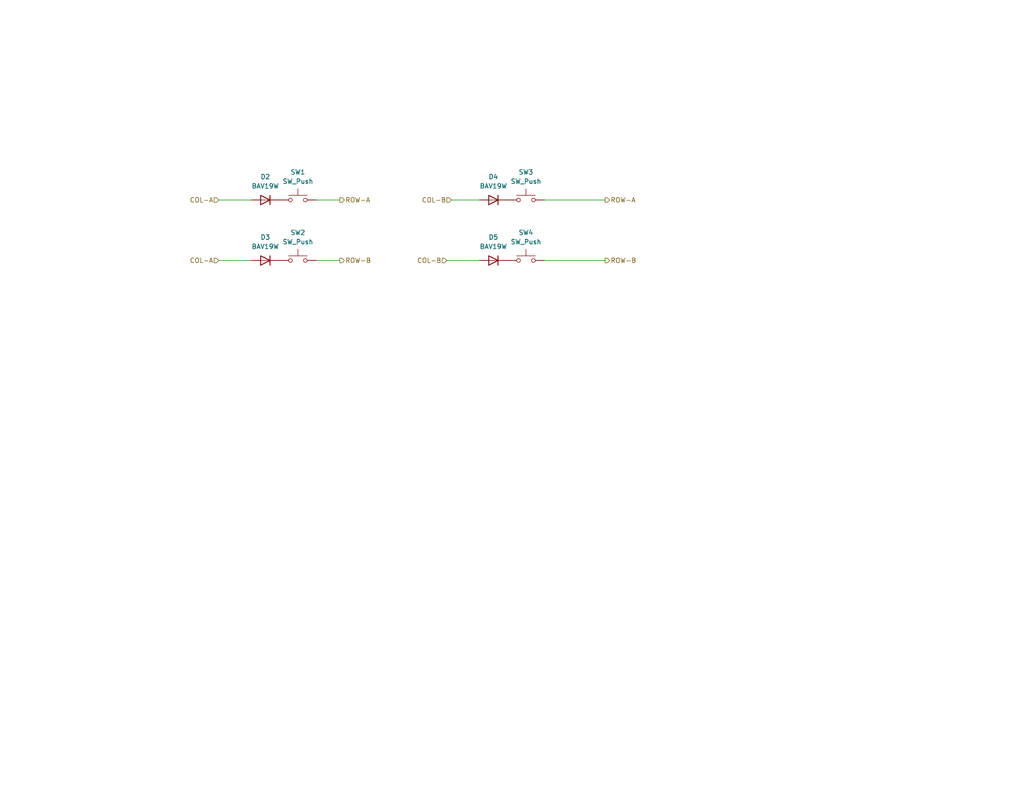
<source format=kicad_sch>
(kicad_sch (version 20231120) (generator "eeschema") (generator_version "8.0")
  (paper "A")
  (title_block (title "BLETEXT-2") (date "2024-12-07") (rev "REVA") (company "David Brown"))
  (lib_symbols
    (symbol "Device:D" (pin_numbers hide) (pin_names (offset 1.016) hide)
      (property "Reference" "D" (at 0 2.54 0))
      (property "Value" "D" (at 0 -2.54 0))
      (symbol "D_0_1"
        (polyline (pts (xy -1.27 1.27) (xy -1.27 -1.27)) (stroke (width 0.254)))
        (polyline (pts (xy 1.27 0) (xy -1.27 0)))
        (polyline (pts (xy 1.27 1.27) (xy 1.27 -1.27) (xy -1.27 0) (xy 1.27 1.27)) (stroke (width 0.254)))
      )
      (symbol "D_1_1"
        (pin passive line (at -3.81 0 0) (length 2.54) (name "K") (number "1"))
        (pin passive line (at 3.81 0 180) (length 2.54) (name "A") (number "2"))
      )
    )
    (symbol "Switch:SW_Push" (pin_numbers hide) (pin_names (offset 1.016) hide)
      (property "Reference" "SW" (at 1.27 2.54 0))
      (property "Value" "SW_Push" (at 0 -1.524 0))
      (symbol "SW_Push_0_1"
        (circle (center -2.032 0) (radius 0.508))
        (polyline (pts (xy 0 1.27) (xy 0 3.048)))
        (polyline (pts (xy 2.54 1.27) (xy -2.54 1.27)))
        (circle (center 2.032 0) (radius 0.508))
        (pin passive line (at -5.08 0 0) (length 2.54) (name "1") (number "1"))
        (pin passive line (at 5.08 0 180) (length 2.54) (name "2") (number "2"))
      )
    )
  )
  (wire (pts (xy 86.36 54.61) (xy 92.71 54.61)))
  (wire (pts (xy 86.36 71.12) (xy 92.71 71.12)))
  (wire (pts (xy 59.69 54.61) (xy 68.58 54.61)))
  (wire (pts (xy 121.92 71.12) (xy 130.81 71.12)))
  (wire (pts (xy 148.59 54.61) (xy 165.1 54.61)))
  (wire (pts (xy 59.69 71.12) (xy 68.58 71.12)))
  (wire (pts (xy 123.19 54.61) (xy 130.81 54.61)))
  (wire (pts (xy 148.59 71.12) (xy 165.1 71.12)))
  (hierarchical_label "COL-B" (shape input) (at 123.19 54.61 180))
  (hierarchical_label "ROW-B" (shape output) (at 92.71 71.12 0))
  (hierarchical_label "ROW-A" (shape output) (at 92.71 54.61 0))
  (hierarchical_label "ROW-B" (shape output) (at 165.1 71.12 0))
  (hierarchical_label "COL-A" (shape input) (at 59.69 71.12 180))
  (hierarchical_label "ROW-A" (shape output) (at 165.1 54.61 0))
  (hierarchical_label "COL-A" (shape input) (at 59.69 54.61 180))
  (hierarchical_label "COL-B" (shape input) (at 121.92 71.12 180))
  (symbol (lib_id "Device:D") (at 134.62 71.12 180) (unit 1)
    (property "Reference" "D5" (at 134.62 64.77 0))
    (property "Value" "BAV19W" (at 134.62 67.31 0))
    (property "Footprint" "Diode_SMD:Nexperia_CFP3_SOD-123W" (effects (hide yes)))
    (property "Datasheet" "https://www.digikey.com/en/products/detail/micro-commercial-co/BAV19W-TP/717233" (effects (hide yes)))
    (property "Description" "Diode" (effects (hide yes)))
    (property "Sim.Device" "D" (effects (hide yes)))
    (property "Sim.Pins" "1=K 2=A" (effects (hide yes)))
  )
  (symbol (lib_id "Switch:SW_Push") (at 81.28 71.12 0) (unit 1)
    (property "Reference" "SW2" (at 81.28 63.5 0))
    (property "Value" "SW_Push" (at 81.28 66.04 0))
    (property "Footprint" "Keyboard Switches:Kailh_socket_PG1350" (effects (hide yes)))
    (property "Description" "Push button switch, generic, two pins" (effects (hide yes)))
  )
  (symbol (lib_id "Device:D") (at 134.62 54.61 180) (unit 1)
    (property "Reference" "D4" (at 134.62 48.26 0))
    (property "Value" "BAV19W" (at 134.62 50.8 0))
    (property "Footprint" "Diode_SMD:Nexperia_CFP3_SOD-123W" (effects (hide yes)))
    (property "Datasheet" "https://www.digikey.com/en/products/detail/micro-commercial-co/BAV19W-TP/717233" (effects (hide yes)))
    (property "Description" "Diode" (effects (hide yes)))
    (property "Sim.Device" "D" (effects (hide yes)))
    (property "Sim.Pins" "1=K 2=A" (effects (hide yes)))
  )
  (symbol (lib_id "Switch:SW_Push") (at 143.51 54.61 0) (unit 1)
    (property "Reference" "SW3" (at 143.51 46.99 0))
    (property "Value" "SW_Push" (at 143.51 49.53 0))
    (property "Footprint" "Keyboard Switches:Kailh_socket_PG1350" (effects (hide yes)))
    (property "Description" "Push button switch, generic, two pins" (effects (hide yes)))
  )
  (symbol (lib_id "Switch:SW_Push") (at 81.28 54.61 0) (unit 1)
    (property "Reference" "SW1" (at 81.28 46.99 0))
    (property "Value" "SW_Push" (at 81.28 49.53 0))
    (property "Footprint" "Keyboard Switches:Kailh_socket_PG1350" (effects (hide yes)))
    (property "Description" "Push button switch, generic, two pins" (effects (hide yes)))
  )
  (symbol (lib_id "Device:D") (at 72.39 71.12 180) (unit 1)
    (property "Reference" "D3" (at 72.39 64.77 0))
    (property "Value" "BAV19W" (at 72.39 67.31 0))
    (property "Footprint" "Diode_SMD:Nexperia_CFP3_SOD-123W" (effects (hide yes)))
    (property "Datasheet" "https://www.digikey.com/en/products/detail/micro-commercial-co/BAV19W-TP/717233" (effects (hide yes)))
    (property "Description" "Diode" (effects (hide yes)))
    (property "Sim.Device" "D" (effects (hide yes)))
    (property "Sim.Pins" "1=K 2=A" (effects (hide yes)))
  )
  (symbol (lib_id "Switch:SW_Push") (at 143.51 71.12 0) (unit 1)
    (property "Reference" "SW4" (at 143.51 63.5 0))
    (property "Value" "SW_Push" (at 143.51 66.04 0))
    (property "Footprint" "Keyboard Switches:Kailh_socket_PG1350" (effects (hide yes)))
    (property "Description" "Push button switch, generic, two pins" (effects (hide yes)))
  )
  (symbol (lib_id "Device:D") (at 72.39 54.61 180) (unit 1)
    (property "Reference" "D2" (at 72.39 48.26 0))
    (property "Value" "BAV19W" (at 72.39 50.8 0))
    (property "Footprint" "Diode_SMD:Nexperia_CFP3_SOD-123W" (effects (hide yes)))
    (property "Datasheet" "https://www.digikey.com/en/products/detail/micro-commercial-co/BAV19W-TP/717233" (effects (hide yes)))
    (property "Description" "Diode" (effects (hide yes)))
    (property "Sim.Device" "D" (effects (hide yes)))
    (property "Sim.Pins" "1=K 2=A" (effects (hide yes)))
  )
)
</source>
